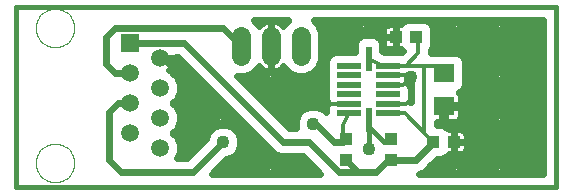
<source format=gtl>
G75*
%MOIN*%
%OFA0B0*%
%FSLAX24Y24*%
%IPPOS*%
%LPD*%
%AMOC8*
5,1,8,0,0,1.08239X$1,22.5*
%
%ADD10C,0.0160*%
%ADD11R,0.0433X0.0394*%
%ADD12R,0.0709X0.0630*%
%ADD13C,0.0640*%
%ADD14R,0.0836X0.0197*%
%ADD15R,0.0197X0.0836*%
%ADD16C,0.0594*%
%ADD17R,0.0594X0.0594*%
%ADD18C,0.0000*%
%ADD19C,0.0240*%
%ADD20C,0.0120*%
%ADD21C,0.0436*%
D10*
X001904Y000544D02*
X001904Y006544D01*
X019904Y006544D01*
X019904Y000544D01*
X001904Y000544D01*
X013654Y001794D02*
X013654Y002770D01*
X013654Y002544D01*
X014154Y002044D01*
X014319Y002044D01*
X014404Y002129D01*
D11*
X014404Y002129D03*
X015819Y002044D03*
X016488Y002044D03*
X014404Y001459D03*
X012904Y001459D03*
X012904Y002129D03*
X014569Y005544D03*
X015238Y005544D03*
D12*
X016154Y004345D03*
X016154Y003243D03*
D13*
X011404Y004921D02*
X011404Y005561D01*
X010404Y005561D02*
X010404Y004921D01*
X009404Y004921D02*
X009404Y005561D01*
D14*
X013012Y004581D03*
X013009Y004267D03*
X013009Y003952D03*
X013009Y003637D03*
X013009Y003322D03*
X013009Y003007D03*
X014299Y003007D03*
X014299Y003322D03*
X014299Y003637D03*
X014299Y003952D03*
X014299Y004267D03*
X014299Y004581D03*
D15*
X013654Y004818D03*
X013654Y002770D03*
D16*
X006704Y002844D03*
X005704Y002344D03*
X006704Y001844D03*
X005704Y003344D03*
X006704Y003844D03*
X005704Y004344D03*
X006704Y004844D03*
D17*
X005704Y005344D03*
D18*
X002564Y005844D02*
X002566Y005894D01*
X002572Y005944D01*
X002582Y005993D01*
X002595Y006042D01*
X002613Y006089D01*
X002634Y006135D01*
X002658Y006178D01*
X002686Y006220D01*
X002717Y006260D01*
X002751Y006297D01*
X002788Y006331D01*
X002828Y006362D01*
X002870Y006390D01*
X002913Y006414D01*
X002959Y006435D01*
X003006Y006453D01*
X003055Y006466D01*
X003104Y006476D01*
X003154Y006482D01*
X003204Y006484D01*
X003254Y006482D01*
X003304Y006476D01*
X003353Y006466D01*
X003402Y006453D01*
X003449Y006435D01*
X003495Y006414D01*
X003538Y006390D01*
X003580Y006362D01*
X003620Y006331D01*
X003657Y006297D01*
X003691Y006260D01*
X003722Y006220D01*
X003750Y006178D01*
X003774Y006135D01*
X003795Y006089D01*
X003813Y006042D01*
X003826Y005993D01*
X003836Y005944D01*
X003842Y005894D01*
X003844Y005844D01*
X003842Y005794D01*
X003836Y005744D01*
X003826Y005695D01*
X003813Y005646D01*
X003795Y005599D01*
X003774Y005553D01*
X003750Y005510D01*
X003722Y005468D01*
X003691Y005428D01*
X003657Y005391D01*
X003620Y005357D01*
X003580Y005326D01*
X003538Y005298D01*
X003495Y005274D01*
X003449Y005253D01*
X003402Y005235D01*
X003353Y005222D01*
X003304Y005212D01*
X003254Y005206D01*
X003204Y005204D01*
X003154Y005206D01*
X003104Y005212D01*
X003055Y005222D01*
X003006Y005235D01*
X002959Y005253D01*
X002913Y005274D01*
X002870Y005298D01*
X002828Y005326D01*
X002788Y005357D01*
X002751Y005391D01*
X002717Y005428D01*
X002686Y005468D01*
X002658Y005510D01*
X002634Y005553D01*
X002613Y005599D01*
X002595Y005646D01*
X002582Y005695D01*
X002572Y005744D01*
X002566Y005794D01*
X002564Y005844D01*
X002564Y001344D02*
X002566Y001394D01*
X002572Y001444D01*
X002582Y001493D01*
X002595Y001542D01*
X002613Y001589D01*
X002634Y001635D01*
X002658Y001678D01*
X002686Y001720D01*
X002717Y001760D01*
X002751Y001797D01*
X002788Y001831D01*
X002828Y001862D01*
X002870Y001890D01*
X002913Y001914D01*
X002959Y001935D01*
X003006Y001953D01*
X003055Y001966D01*
X003104Y001976D01*
X003154Y001982D01*
X003204Y001984D01*
X003254Y001982D01*
X003304Y001976D01*
X003353Y001966D01*
X003402Y001953D01*
X003449Y001935D01*
X003495Y001914D01*
X003538Y001890D01*
X003580Y001862D01*
X003620Y001831D01*
X003657Y001797D01*
X003691Y001760D01*
X003722Y001720D01*
X003750Y001678D01*
X003774Y001635D01*
X003795Y001589D01*
X003813Y001542D01*
X003826Y001493D01*
X003836Y001444D01*
X003842Y001394D01*
X003844Y001344D01*
X003842Y001294D01*
X003836Y001244D01*
X003826Y001195D01*
X003813Y001146D01*
X003795Y001099D01*
X003774Y001053D01*
X003750Y001010D01*
X003722Y000968D01*
X003691Y000928D01*
X003657Y000891D01*
X003620Y000857D01*
X003580Y000826D01*
X003538Y000798D01*
X003495Y000774D01*
X003449Y000753D01*
X003402Y000735D01*
X003353Y000722D01*
X003304Y000712D01*
X003254Y000706D01*
X003204Y000704D01*
X003154Y000706D01*
X003104Y000712D01*
X003055Y000722D01*
X003006Y000735D01*
X002959Y000753D01*
X002913Y000774D01*
X002870Y000798D01*
X002828Y000826D01*
X002788Y000857D01*
X002751Y000891D01*
X002717Y000928D01*
X002686Y000968D01*
X002658Y001010D01*
X002634Y001053D01*
X002613Y001099D01*
X002595Y001146D01*
X002582Y001195D01*
X002572Y001244D01*
X002566Y001294D01*
X002564Y001344D01*
D19*
X005004Y001444D02*
X005404Y001044D01*
X007804Y001044D01*
X008804Y002044D01*
X009359Y002214D02*
X009955Y002214D01*
X010013Y002156D02*
X010013Y000984D01*
X010251Y000984D02*
X010251Y001918D01*
X010194Y001975D02*
X009382Y001975D01*
X009382Y001929D02*
X009382Y002159D01*
X009294Y002372D01*
X009131Y002534D01*
X008919Y002622D01*
X008689Y002622D01*
X008476Y002534D01*
X008314Y002372D01*
X008226Y002159D01*
X008226Y002145D01*
X007605Y001524D01*
X007283Y001524D01*
X007361Y001713D01*
X007361Y001975D01*
X007261Y002216D01*
X007133Y002344D01*
X007261Y002472D01*
X007361Y002713D01*
X007361Y002975D01*
X007261Y003216D01*
X007133Y003344D01*
X007261Y003472D01*
X007361Y003713D01*
X007361Y003975D01*
X007261Y004216D01*
X007076Y004401D01*
X007011Y004428D01*
X007041Y004450D01*
X007098Y004507D01*
X007146Y004573D01*
X007183Y004646D01*
X007208Y004723D01*
X007221Y004803D01*
X007221Y004844D01*
X006704Y004844D01*
X006704Y004844D01*
X007221Y004844D01*
X007221Y004864D01*
X007305Y004864D01*
X010532Y001637D01*
X010708Y001564D01*
X010899Y001564D01*
X011455Y001564D01*
X012035Y000984D01*
X008423Y000984D01*
X008904Y001466D01*
X008919Y001466D01*
X009131Y001554D01*
X009294Y001717D01*
X009382Y001929D01*
X009302Y001737D02*
X010432Y001737D01*
X010490Y001679D02*
X010490Y000984D01*
X010728Y000984D02*
X010728Y001564D01*
X010967Y001564D02*
X010967Y000984D01*
X011205Y000984D02*
X011205Y001564D01*
X011444Y001564D02*
X011444Y000984D01*
X011682Y000984D02*
X011682Y001337D01*
X011759Y001260D02*
X008698Y001260D01*
X008820Y001382D02*
X008820Y000984D01*
X008582Y000984D02*
X008582Y001143D01*
X008460Y001021D02*
X011998Y001021D01*
X011921Y000984D02*
X011921Y001098D01*
X012654Y001044D02*
X013319Y001044D01*
X013904Y001044D01*
X014319Y001459D01*
X014404Y001459D01*
X015234Y001459D01*
X015819Y002044D01*
X016488Y002044D02*
X016488Y002044D01*
X016488Y001627D01*
X016325Y001627D01*
X016240Y001542D01*
X016107Y001487D01*
X015941Y001487D01*
X015506Y001053D01*
X015341Y000984D01*
X019464Y000984D01*
X019464Y006104D01*
X011822Y006104D01*
X011980Y005946D01*
X012084Y005696D01*
X012084Y004786D01*
X011980Y004536D01*
X011789Y004344D01*
X011539Y004241D01*
X011269Y004241D01*
X011019Y004344D01*
X010827Y004536D01*
X010814Y004568D01*
X010756Y004509D01*
X010687Y004459D01*
X010611Y004421D01*
X010530Y004394D01*
X010446Y004381D01*
X010404Y004381D01*
X010404Y005241D01*
X010404Y005241D01*
X010404Y006101D01*
X010446Y006101D01*
X010530Y006088D01*
X010611Y006061D01*
X010687Y006023D01*
X010756Y005973D01*
X010814Y005914D01*
X010827Y005946D01*
X010985Y006104D01*
X009822Y006104D01*
X009980Y005946D01*
X009993Y005914D01*
X010052Y005973D01*
X010121Y006023D01*
X010196Y006061D01*
X010277Y006088D01*
X010361Y006101D01*
X010404Y006101D01*
X010404Y005241D01*
X010404Y005241D01*
X010404Y004381D01*
X010361Y004381D01*
X010277Y004394D01*
X010196Y004421D01*
X010121Y004459D01*
X010052Y004509D01*
X009993Y004568D01*
X009980Y004536D01*
X009789Y004344D01*
X009539Y004241D01*
X009286Y004241D01*
X011003Y002524D01*
X011228Y002524D01*
X011226Y002529D01*
X011226Y002759D01*
X011314Y002972D01*
X011476Y003134D01*
X011689Y003222D01*
X011919Y003222D01*
X012131Y003134D01*
X012231Y003035D01*
X012231Y003177D01*
X012286Y003309D01*
X012298Y003322D01*
X012286Y003334D01*
X012231Y003467D01*
X012231Y004437D01*
X012234Y004444D01*
X012234Y004752D01*
X012289Y004884D01*
X012390Y004985D01*
X012522Y005040D01*
X013195Y005040D01*
X013195Y005307D01*
X013250Y005440D01*
X013351Y005541D01*
X013484Y005596D01*
X013824Y005596D01*
X013956Y005541D01*
X014057Y005440D01*
X014112Y005307D01*
X014112Y005063D01*
X014160Y005040D01*
X014768Y005040D01*
X014794Y005066D01*
X014733Y005127D01*
X014569Y005127D01*
X014569Y005544D01*
X014133Y005544D01*
X014133Y005318D01*
X014148Y005262D01*
X014177Y005212D01*
X014218Y005171D01*
X014268Y005142D01*
X014324Y005127D01*
X014569Y005127D01*
X014569Y005544D01*
X014569Y005544D01*
X014569Y005544D01*
X014133Y005544D01*
X014133Y005770D01*
X014148Y005826D01*
X014177Y005876D01*
X014218Y005917D01*
X014268Y005946D01*
X014324Y005961D01*
X014569Y005961D01*
X014569Y005544D01*
X014569Y005544D01*
X014569Y005961D01*
X014733Y005961D01*
X014818Y006046D01*
X014950Y006101D01*
X015527Y006101D01*
X015659Y006046D01*
X015760Y005945D01*
X015815Y005813D01*
X015815Y005276D01*
X015760Y005143D01*
X015739Y005122D01*
X015739Y005020D01*
X016580Y005020D01*
X016712Y004965D01*
X016813Y004864D01*
X016868Y004732D01*
X016868Y003959D01*
X016813Y003826D01*
X016712Y003725D01*
X016670Y003708D01*
X016684Y003693D01*
X016713Y003643D01*
X016728Y003587D01*
X016728Y003280D01*
X016191Y003280D01*
X016191Y003205D01*
X016191Y002708D01*
X016537Y002708D01*
X016593Y002723D01*
X016643Y002752D01*
X016684Y002793D01*
X016713Y002843D01*
X016728Y002899D01*
X016728Y003205D01*
X016191Y003205D01*
X016116Y003205D01*
X016116Y002708D01*
X015924Y002708D01*
X015924Y002601D01*
X016107Y002601D01*
X016240Y002546D01*
X016325Y002461D01*
X016488Y002461D01*
X016488Y002044D01*
X016488Y002044D01*
X016488Y001627D01*
X016734Y001627D01*
X016790Y001642D01*
X016840Y001671D01*
X016881Y001712D01*
X016910Y001762D01*
X016925Y001818D01*
X016925Y002044D01*
X016488Y002044D01*
X016488Y002461D01*
X016734Y002461D01*
X016790Y002446D01*
X016840Y002417D01*
X016881Y002376D01*
X016910Y002326D01*
X016925Y002270D01*
X016925Y002044D01*
X016488Y002044D01*
X016488Y002044D01*
X016488Y001975D02*
X016488Y001975D01*
X016691Y002044D02*
X016691Y002044D01*
X016925Y001975D02*
X019464Y001975D01*
X019464Y001737D02*
X016895Y001737D01*
X016691Y001627D02*
X016691Y000984D01*
X016452Y000984D02*
X016452Y001627D01*
X016488Y001737D02*
X016488Y001737D01*
X016214Y001531D02*
X016214Y000984D01*
X015975Y000984D02*
X015975Y001487D01*
X016133Y001498D02*
X019464Y001498D01*
X019464Y001260D02*
X015713Y001260D01*
X015737Y001283D02*
X015737Y000984D01*
X015498Y000984D02*
X015498Y001049D01*
X015431Y001021D02*
X019464Y001021D01*
X019314Y000984D02*
X019314Y006104D01*
X019464Y006030D02*
X015675Y006030D01*
X015737Y005968D02*
X015737Y006104D01*
X015975Y006104D02*
X015975Y005020D01*
X016214Y005020D02*
X016214Y006104D01*
X016452Y006104D02*
X016452Y005020D01*
X016691Y004974D02*
X016691Y006104D01*
X016929Y006104D02*
X016929Y000984D01*
X017168Y000984D02*
X017168Y006104D01*
X017406Y006104D02*
X017406Y000984D01*
X017645Y000984D02*
X017645Y006104D01*
X017883Y006104D02*
X017883Y000984D01*
X018122Y000984D02*
X018122Y006104D01*
X018360Y006104D02*
X018360Y000984D01*
X018599Y000984D02*
X018599Y006104D01*
X018837Y006104D02*
X018837Y000984D01*
X019076Y000984D02*
X019076Y006104D01*
X019464Y005791D02*
X015815Y005791D01*
X015815Y005553D02*
X019464Y005553D01*
X019464Y005314D02*
X015815Y005314D01*
X015739Y005076D02*
X019464Y005076D01*
X019464Y004837D02*
X016825Y004837D01*
X016868Y004599D02*
X019464Y004599D01*
X019464Y004360D02*
X016868Y004360D01*
X016868Y004122D02*
X019464Y004122D01*
X019464Y003883D02*
X016837Y003883D01*
X016691Y003716D02*
X016691Y003681D01*
X016712Y003645D02*
X019464Y003645D01*
X019464Y003406D02*
X016728Y003406D01*
X016691Y003280D02*
X016691Y003205D01*
X016728Y003168D02*
X019464Y003168D01*
X019464Y002929D02*
X016728Y002929D01*
X016691Y002804D02*
X016691Y002461D01*
X016767Y002452D02*
X019464Y002452D01*
X019464Y002214D02*
X016925Y002214D01*
X016488Y002214D02*
X016488Y002214D01*
X016488Y002452D02*
X016488Y002452D01*
X016452Y002461D02*
X016452Y002708D01*
X016214Y002708D02*
X016214Y002557D01*
X015975Y002601D02*
X015975Y002708D01*
X015924Y002691D02*
X019464Y002691D01*
X016452Y003205D02*
X016452Y003280D01*
X016214Y003280D02*
X016214Y003205D01*
X016191Y003168D02*
X016116Y003168D01*
X016116Y002929D02*
X016191Y002929D01*
X015084Y003367D02*
X015043Y003384D01*
X015077Y003467D01*
X015077Y003807D01*
X015022Y003939D01*
X014937Y004024D01*
X014937Y004079D01*
X014929Y004109D01*
X014937Y004139D01*
X014937Y004161D01*
X015084Y004161D01*
X015084Y003367D01*
X015084Y003406D02*
X015052Y003406D01*
X015077Y003645D02*
X015084Y003645D01*
X015084Y003883D02*
X015045Y003883D01*
X015021Y003940D02*
X015021Y004161D01*
X015084Y004122D02*
X014932Y004122D01*
X014783Y005054D02*
X014783Y005077D01*
X014784Y005076D02*
X014112Y005076D01*
X014306Y005040D02*
X014306Y005132D01*
X014544Y005127D02*
X014544Y005040D01*
X014569Y005314D02*
X014569Y005314D01*
X014134Y005314D02*
X014109Y005314D01*
X014067Y005416D02*
X014067Y006104D01*
X013829Y006104D02*
X013829Y005594D01*
X013928Y005553D02*
X014133Y005553D01*
X014306Y005544D02*
X014306Y005544D01*
X014544Y005544D02*
X014544Y005544D01*
X014569Y005553D02*
X014569Y005553D01*
X014569Y005791D02*
X014569Y005791D01*
X014544Y005961D02*
X014544Y006104D01*
X014306Y006104D02*
X014306Y005956D01*
X014138Y005791D02*
X012044Y005791D01*
X011921Y006006D02*
X011921Y006104D01*
X011897Y006030D02*
X014801Y006030D01*
X014783Y006011D02*
X014783Y006104D01*
X015021Y006101D02*
X015021Y006104D01*
X015260Y006101D02*
X015260Y006104D01*
X015498Y006101D02*
X015498Y006104D01*
X013590Y006104D02*
X013590Y005596D01*
X013379Y005553D02*
X012084Y005553D01*
X012084Y005314D02*
X013198Y005314D01*
X013195Y005076D02*
X012084Y005076D01*
X012398Y004988D02*
X012398Y006104D01*
X012636Y006104D02*
X012636Y005040D01*
X012875Y005040D02*
X012875Y006104D01*
X013113Y006104D02*
X013113Y005040D01*
X012269Y004837D02*
X012084Y004837D01*
X012006Y004599D02*
X012234Y004599D01*
X011921Y004476D02*
X011921Y003221D01*
X012051Y003168D02*
X012231Y003168D01*
X012159Y003106D02*
X012159Y006104D01*
X010967Y006086D02*
X010967Y006104D01*
X010911Y006030D02*
X010673Y006030D01*
X010728Y005993D02*
X010728Y006104D01*
X010490Y006094D02*
X010490Y006104D01*
X010404Y006030D02*
X010404Y006030D01*
X010251Y006079D02*
X010251Y006104D01*
X010134Y006030D02*
X009897Y006030D01*
X010013Y006104D02*
X010013Y005934D01*
X010404Y005791D02*
X010404Y005791D01*
X010404Y005553D02*
X010404Y005553D01*
X010404Y005314D02*
X010404Y005314D01*
X010404Y005076D02*
X010404Y005076D01*
X010404Y004837D02*
X010404Y004837D01*
X010404Y004599D02*
X010404Y004599D01*
X010490Y004388D02*
X010490Y003037D01*
X010359Y003168D02*
X011557Y003168D01*
X011444Y003102D02*
X011444Y004241D01*
X011205Y004267D02*
X011205Y002524D01*
X010967Y002560D02*
X010967Y004396D01*
X011003Y004360D02*
X009805Y004360D01*
X009774Y004338D02*
X009774Y003752D01*
X009882Y003645D02*
X012231Y003645D01*
X012231Y003883D02*
X009644Y003883D01*
X009536Y003991D02*
X009536Y004241D01*
X009405Y004122D02*
X012231Y004122D01*
X011682Y004300D02*
X011682Y003220D01*
X012256Y003406D02*
X010121Y003406D01*
X010013Y003514D02*
X010013Y004548D01*
X010251Y004403D02*
X010251Y003275D01*
X010598Y002929D02*
X011296Y002929D01*
X011226Y002691D02*
X010836Y002691D01*
X010728Y002798D02*
X010728Y004489D01*
X011805Y004360D02*
X012231Y004360D01*
X013352Y005541D02*
X013352Y006104D01*
X009404Y005241D02*
X008801Y005844D01*
X005204Y005844D01*
X004904Y005544D01*
X004904Y004644D01*
X005204Y004344D01*
X005704Y004344D01*
X006704Y004844D02*
X006804Y004844D01*
X008004Y003644D01*
X008343Y003826D02*
X008343Y002401D01*
X008394Y002452D02*
X007241Y002452D01*
X007151Y002362D02*
X007151Y002326D01*
X007262Y002214D02*
X008248Y002214D01*
X008105Y002024D02*
X008105Y004064D01*
X008047Y004122D02*
X007300Y004122D01*
X007151Y004326D02*
X007151Y004582D01*
X007159Y004599D02*
X007570Y004599D01*
X007628Y004541D02*
X007628Y001547D01*
X007389Y001524D02*
X007389Y004780D01*
X007332Y004837D02*
X007221Y004837D01*
X007151Y004844D02*
X007151Y004844D01*
X006912Y004844D02*
X006912Y004844D01*
X007117Y004360D02*
X007809Y004360D01*
X007866Y004303D02*
X007866Y001785D01*
X007817Y001737D02*
X007361Y001737D01*
X007361Y001975D02*
X008056Y001975D01*
X009059Y001524D02*
X009059Y000984D01*
X009297Y000984D02*
X009297Y001725D01*
X008996Y001498D02*
X011521Y001498D01*
X011654Y002044D02*
X012654Y001044D01*
X012904Y001459D02*
X013319Y001044D01*
X012819Y002044D02*
X012504Y002044D01*
X011904Y002644D01*
X011804Y002644D01*
X012819Y002044D02*
X012904Y002129D01*
X011654Y002044D02*
X010804Y002044D01*
X007504Y005344D01*
X005704Y005344D01*
X007361Y003883D02*
X008286Y003883D01*
X008524Y003645D02*
X007332Y003645D01*
X007195Y003406D02*
X008763Y003406D01*
X008820Y003349D02*
X008820Y002622D01*
X008582Y002578D02*
X008582Y003587D01*
X009001Y003168D02*
X007281Y003168D01*
X007151Y003326D02*
X007151Y003362D01*
X007361Y002929D02*
X009240Y002929D01*
X009297Y002872D02*
X009297Y002363D01*
X009213Y002452D02*
X009717Y002452D01*
X009774Y002395D02*
X009774Y000984D01*
X009536Y000984D02*
X009536Y002633D01*
X009478Y002691D02*
X007352Y002691D01*
X005704Y003344D02*
X005304Y003344D01*
X005004Y003044D01*
X005004Y001444D01*
X009059Y002564D02*
X009059Y003110D01*
X009297Y004229D02*
X009297Y004241D01*
D20*
X011904Y004144D02*
X011904Y003794D01*
X012404Y003294D01*
X012981Y003294D01*
X013009Y003322D01*
X013183Y003344D01*
X013009Y003007D02*
X012819Y002620D01*
X012819Y002129D01*
X012904Y002129D01*
X014299Y003007D02*
X014857Y003007D01*
X015504Y002359D01*
X015819Y002044D01*
X015504Y002359D02*
X015504Y004581D01*
X015866Y004581D01*
X015904Y004544D01*
X016154Y004345D01*
X015504Y004581D02*
X014904Y004581D01*
X014299Y004581D01*
X014062Y004621D01*
X013654Y004818D01*
X014299Y004267D02*
X014981Y004267D01*
X015054Y004194D01*
X015054Y003444D01*
X014904Y003294D01*
X014326Y003294D01*
X014299Y003322D01*
X014299Y003952D02*
X014811Y003952D01*
X015054Y004194D01*
X014904Y004581D02*
X015319Y004997D01*
X015319Y005463D01*
X015238Y005544D01*
X011954Y004194D02*
X011904Y004144D01*
D21*
X011954Y004194D03*
X015054Y004194D03*
X012704Y005544D03*
X008054Y003594D03*
X008804Y002044D03*
X010954Y001194D03*
X013654Y001794D03*
X011804Y002644D03*
X017454Y002544D03*
X017454Y001794D03*
M02*

</source>
